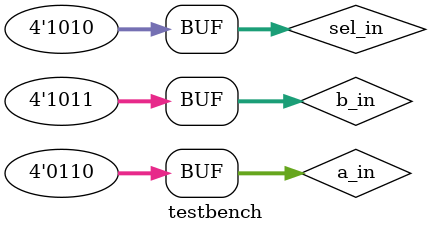
<source format=v>
`timescale 1ns/1ns

module testbench();
reg[3:0] a_in;
reg[3:0] b_in;
reg[3:0] sel_in;
wire[3:0] y_out;
wire carry_out;
wire overflow_out;

ALU_4 myUUT(
  .A(a_in)
  , .B(b_in)
  , .Sel(sel_in)
  , .Y(y_out)
  , .carry(carry_out)
  , .overflow(overflow_out)
);

initial
begin

a_in = 4'b0110;    //set a is 6
b_in = 4'b1011;    //set b value, unsigned type is 11, signed type is -5
sel_in = 4'b0000;    //add

#10;
sel_in = 4'b0001;    //sub

#10;
sel_in = 4'b0010;    //and

#10;
sel_in = 4'b0011;    //or

#10;
sel_in = 4'b0100;    //xor

#10;
sel_in = 4'b0101;    //not and

#10;
sel_in = 4'b0110;    //not or

#10;
sel_in = 4'b0111;    //not xor

#10;
sel_in = 4'b1000;    //not A

#10;
sel_in = 4'b1001;    //A shift left

#10;
sel_in = 4'b1010;    //A shift right

#10;

end

endmodule
</source>
